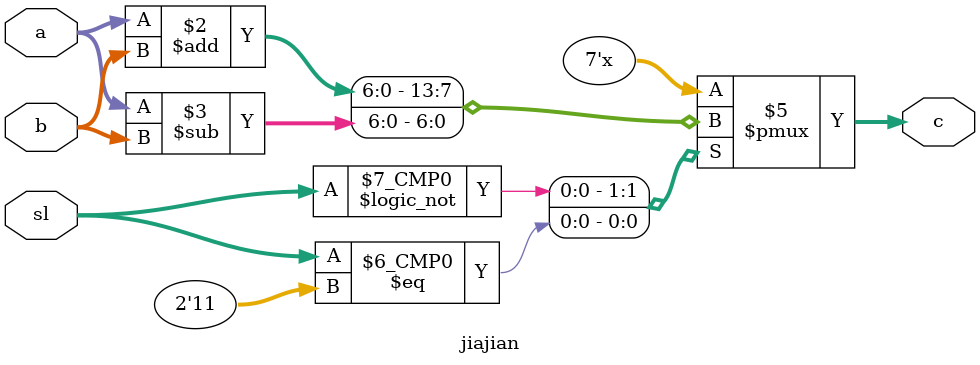
<source format=v>
`timescale 1ns / 1ps
module jiajian(
input[5:0] a,
input[5:0] b,
input[1:0] sl,
output reg[6:0] c
    );
	 always @(*) begin
	 case(sl)
	 2'b00 : c = a + b;
	 2'b11 : c = a - b ;
    endcase
	 end



endmodule

</source>
